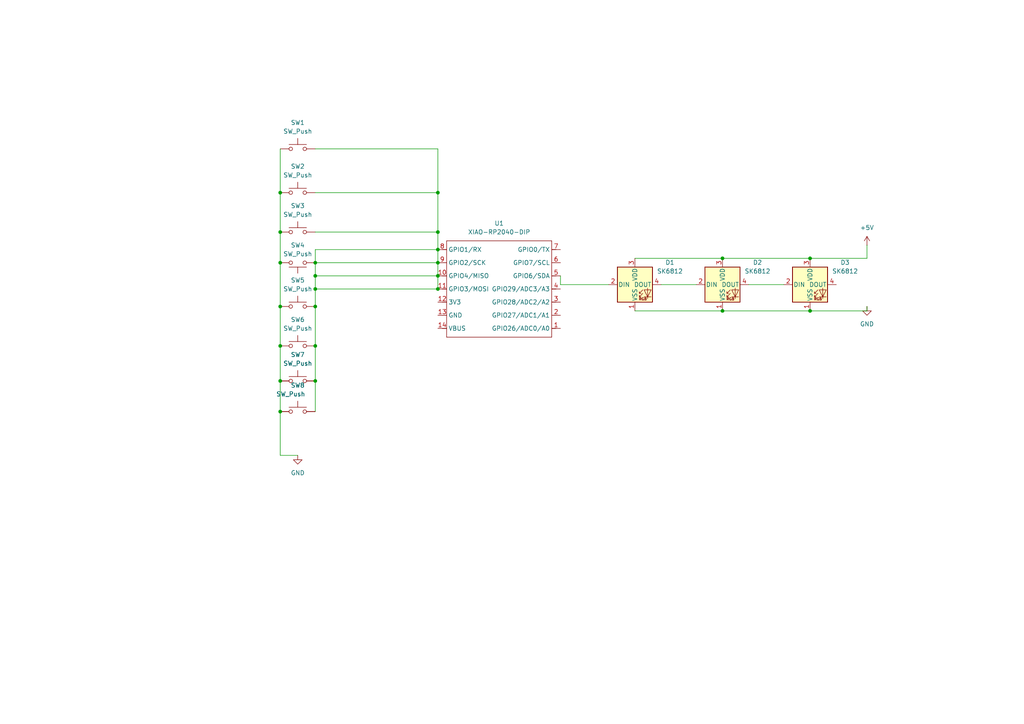
<source format=kicad_sch>
(kicad_sch (version 20250114) (generator "eeschema") (generator_version "9.0")
  (paper "A4")
  (lib_symbols
    (symbol "LED:SK6812" (pin_names (offset 0.254))
      (property "Reference" "D" (at 5.08 5.715 0))
      (property "Value" "SK6812" (at 1.27 -5.715 0))
      (symbol "SK6812_0_0"
        (text "RGB" (at 2.286 -4.191 0) (effects (font (size 0.762 0.762))))
      )
      (symbol "SK6812_0_1"
        (polyline (pts (xy 1.27 -2.54) (xy 1.778 -2.54)))
        (polyline (pts (xy 1.27 -3.556) (xy 1.778 -3.556)))
        (polyline (pts (xy 2.286 -1.524) (xy 1.27 -2.54) (xy 1.27 -2.032)))
        (polyline (pts (xy 2.286 -2.54) (xy 1.27 -3.556) (xy 1.27 -3.048)))
        (polyline (pts (xy 3.683 -1.016) (xy 3.683 -3.556) (xy 3.683 -4.064)))
        (polyline (pts (xy 4.699 -1.524) (xy 2.667 -1.524) (xy 3.683 -3.556) (xy 4.699 -1.524)))
        (polyline (pts (xy 4.699 -3.556) (xy 2.667 -3.556)))
        (rectangle (start 5.08 5.08) (end -5.08 -5.08) (stroke (width 0.254)) (fill (type background)))
      )
      (symbol "SK6812_1_1"
        (pin input line (at -7.62 0 0) (length 2.54) (name "DIN") (number "2"))
        (pin power_in line (at 0 7.62 270) (length 2.54) (name "VDD") (number "3"))
        (pin power_in line (at 0 -7.62 90) (length 2.54) (name "VSS") (number "1"))
        (pin output line (at 7.62 0 180) (length 2.54) (name "DOUT") (number "4"))
      )
    )
    (symbol "OPL Libary:XIAO-RP2040-DIP"
      (property "Reference" "U" (at 0 0 0))
      (property "Value" "XIAO-RP2040-DIP" (at 5.334 -1.778 0))
      (symbol "XIAO-RP2040-DIP_1_0"
        (polyline (pts (xy -1.27 -2.54) (xy 29.21 -2.54)) (stroke (width 0.1524)))
        (polyline (pts (xy -1.27 -5.08) (xy -2.54 -5.08)) (stroke (width 0.1524)))
        (polyline (pts (xy -1.27 -5.08) (xy -1.27 -2.54)) (stroke (width 0.1524)))
        (polyline (pts (xy -1.27 -8.89) (xy -2.54 -8.89)) (stroke (width 0.1524)))
        (polyline (pts (xy -1.27 -8.89) (xy -1.27 -5.08)) (stroke (width 0.1524)))
        (polyline (pts (xy -1.27 -12.7) (xy -2.54 -12.7)) (stroke (width 0.1524)))
        (polyline (pts (xy -1.27 -12.7) (xy -1.27 -8.89)) (stroke (width 0.1524)))
        (polyline (pts (xy -1.27 -16.51) (xy -2.54 -16.51)) (stroke (width 0.1524)))
        (polyline (pts (xy -1.27 -16.51) (xy -1.27 -12.7)) (stroke (width 0.1524)))
        (polyline (pts (xy -1.27 -20.32) (xy -2.54 -20.32)) (stroke (width 0.1524)))
        (polyline (pts (xy -1.27 -24.13) (xy -2.54 -24.13)) (stroke (width 0.1524)))
        (polyline (pts (xy -1.27 -27.94) (xy -2.54 -27.94)) (stroke (width 0.1524)))
        (polyline (pts (xy -1.27 -30.48) (xy -1.27 -16.51)) (stroke (width 0.1524)))
        (polyline (pts (xy 29.21 -2.54) (xy 29.21 -5.08)) (stroke (width 0.1524)))
        (polyline (pts (xy 29.21 -5.08) (xy 29.21 -8.89)) (stroke (width 0.1524)))
        (polyline (pts (xy 29.21 -8.89) (xy 29.21 -12.7)) (stroke (width 0.1524)))
        (polyline (pts (xy 29.21 -12.7) (xy 29.21 -30.48)) (stroke (width 0.1524)))
        (polyline (pts (xy 29.21 -30.48) (xy -1.27 -30.48)) (stroke (width 0.1524)))
        (polyline (pts (xy 30.48 -5.08) (xy 29.21 -5.08)) (stroke (width 0.1524)))
        (polyline (pts (xy 30.48 -8.89) (xy 29.21 -8.89)) (stroke (width 0.1524)))
        (polyline (pts (xy 30.48 -12.7) (xy 29.21 -12.7)) (stroke (width 0.1524)))
        (polyline (pts (xy 30.48 -16.51) (xy 29.21 -16.51)) (stroke (width 0.1524)))
        (polyline (pts (xy 30.48 -20.32) (xy 29.21 -20.32)) (stroke (width 0.1524)))
        (polyline (pts (xy 30.48 -24.13) (xy 29.21 -24.13)) (stroke (width 0.1524)))
        (polyline (pts (xy 30.48 -27.94) (xy 29.21 -27.94)) (stroke (width 0.1524)))
        (pin passive line (at -3.81 -5.08 0) (length 2.54) (name "GPIO26/ADC0/A0") (number "1"))
        (pin passive line (at -3.81 -8.89 0) (length 2.54) (name "GPIO27/ADC1/A1") (number "2"))
        (pin passive line (at -3.81 -12.7 0) (length 2.54) (name "GPIO28/ADC2/A2") (number "3"))
        (pin passive line (at -3.81 -16.51 0) (length 2.54) (name "GPIO29/ADC3/A3") (number "4"))
        (pin passive line (at -3.81 -20.32 0) (length 2.54) (name "GPIO6/SDA") (number "5"))
        (pin passive line (at -3.81 -24.13 0) (length 2.54) (name "GPIO7/SCL") (number "6"))
        (pin passive line (at -3.81 -27.94 0) (length 2.54) (name "GPIO0/TX") (number "7"))
        (pin passive line (at 31.75 -5.08 180) (length 2.54) (name "VBUS") (number "14"))
        (pin passive line (at 31.75 -8.89 180) (length 2.54) (name "GND") (number "13"))
        (pin passive line (at 31.75 -12.7 180) (length 2.54) (name "3V3") (number "12"))
        (pin passive line (at 31.75 -16.51 180) (length 2.54) (name "GPIO3/MOSI") (number "11"))
        (pin passive line (at 31.75 -20.32 180) (length 2.54) (name "GPIO4/MISO") (number "10"))
        (pin passive line (at 31.75 -24.13 180) (length 2.54) (name "GPIO2/SCK") (number "9"))
        (pin passive line (at 31.75 -27.94 180) (length 2.54) (name "GPIO1/RX") (number "8"))
      )
    )
    (symbol "Switch:SW_Push" (pin_numbers (hide yes)) (pin_names (offset 1.016) (hide yes))
      (property "Reference" "SW" (at 1.27 2.54 0))
      (property "Value" "SW_Push" (at 0 -1.524 0))
      (symbol "SW_Push_0_1"
        (circle (center -2.032 0) (radius 0.508))
        (polyline (pts (xy 0 1.27) (xy 0 3.048)))
        (circle (center 2.032 0) (radius 0.508))
        (polyline (pts (xy 2.54 1.27) (xy -2.54 1.27)))
        (pin passive line (at -5.08 0 0) (length 2.54) (name "1") (number "1"))
        (pin passive line (at 5.08 0 180) (length 2.54) (name "2") (number "2"))
      )
    )
    (symbol "power:+5V" (power) (pin_numbers (hide yes)) (pin_names (offset 0) (hide yes))
      (property "Value" "+5V" (at 0 3.556 0))
      (symbol "+5V_0_1"
        (polyline (pts (xy -0.762 1.27) (xy 0 2.54)))
        (polyline (pts (xy 0 2.54) (xy 0.762 1.27)))
        (polyline (pts (xy 0 0) (xy 0 2.54)))
      )
      (symbol "+5V_1_1"
        (pin power_in line (at 0 0 90) (length 0) (name "~") (number "1"))
      )
    )
    (symbol "power:GND" (power) (pin_numbers (hide yes)) (pin_names (offset 0) (hide yes))
      (property "Value" "GND" (at 0 -3.81 0))
      (symbol "GND_0_1"
        (polyline (pts (xy 0 0) (xy 0 -1.27) (xy 1.27 -1.27) (xy 0 -2.54) (xy -1.27 -1.27) (xy 0 -1.27)))
      )
      (symbol "GND_1_1"
        (pin power_in line (at 0 0 270) (length 0) (name "~") (number "1"))
      )
    )
  )
  (junction (at 91.44 110.49))
  (junction (at 127 76.2))
  (junction (at 127 55.88))
  (junction (at 81.28 55.88))
  (junction (at 234.95 90.17))
  (junction (at 81.28 110.49))
  (junction (at 91.44 100.33))
  (junction (at 127 80.01))
  (junction (at 209.55 74.93))
  (junction (at 234.95 74.93))
  (junction (at 127 83.82))
  (junction (at 91.44 80.01))
  (junction (at 91.44 83.82))
  (junction (at 127 72.39))
  (junction (at 81.28 76.2))
  (junction (at 81.28 100.33))
  (junction (at 127 67.31))
  (junction (at 81.28 67.31))
  (junction (at 91.44 76.2))
  (junction (at 91.44 88.9))
  (junction (at 81.28 88.9))
  (junction (at 209.55 90.17))
  (junction (at 81.28 119.38))
  (wire (pts (xy 127 43.18) (xy 127 55.88)))
  (wire (pts (xy 91.44 76.2) (xy 91.44 72.39)))
  (wire (pts (xy 91.44 80.01) (xy 127 80.01)))
  (wire (pts (xy 81.28 100.33) (xy 81.28 110.49)))
  (wire (pts (xy 127 80.01) (xy 127 83.82)))
  (wire (pts (xy 217.17 82.55) (xy 227.33 82.55)))
  (wire (pts (xy 127 72.39) (xy 127 76.2)))
  (wire (pts (xy 191.77 82.55) (xy 201.93 82.55)))
  (wire (pts (xy 91.44 110.49) (xy 91.44 119.38)))
  (wire (pts (xy 91.44 83.82) (xy 91.44 88.9)))
  (wire (pts (xy 127 55.88) (xy 127 67.31)))
  (wire (pts (xy 91.44 100.33) (xy 91.44 88.9)))
  (wire (pts (xy 162.56 82.55) (xy 162.56 80.01)))
  (wire (pts (xy 81.28 55.88) (xy 81.28 67.31)))
  (wire (pts (xy 81.28 132.08) (xy 86.36 132.08)))
  (wire (pts (xy 91.44 67.31) (xy 127 67.31)))
  (wire (pts (xy 81.28 110.49) (xy 81.28 119.38)))
  (wire (pts (xy 91.44 76.2) (xy 91.44 80.01)))
  (wire (pts (xy 176.53 82.55) (xy 162.56 82.55)))
  (wire (pts (xy 127 67.31) (xy 127 72.39)))
  (wire (pts (xy 251.46 74.93) (xy 251.46 71.12)))
  (wire (pts (xy 234.95 74.93) (xy 251.46 74.93)))
  (wire (pts (xy 91.44 83.82) (xy 127 83.82)))
  (wire (pts (xy 91.44 55.88) (xy 127 55.88)))
  (wire (pts (xy 127 76.2) (xy 127 80.01)))
  (wire (pts (xy 91.44 76.2) (xy 127 76.2)))
  (wire (pts (xy 209.55 90.17) (xy 234.95 90.17)))
  (wire (pts (xy 184.15 90.17) (xy 209.55 90.17)))
  (wire (pts (xy 81.28 67.31) (xy 81.28 76.2)))
  (wire (pts (xy 234.95 90.17) (xy 251.46 90.17)))
  (wire (pts (xy 209.55 74.93) (xy 234.95 74.93)))
  (wire (pts (xy 91.44 72.39) (xy 127 72.39)))
  (wire (pts (xy 184.15 74.93) (xy 209.55 74.93)))
  (wire (pts (xy 91.44 100.33) (xy 91.44 110.49)))
  (wire (pts (xy 91.44 43.18) (xy 127 43.18)))
  (wire (pts (xy 81.28 76.2) (xy 81.28 88.9)))
  (wire (pts (xy 81.28 88.9) (xy 81.28 100.33)))
  (wire (pts (xy 81.28 119.38) (xy 81.28 132.08)))
  (wire (pts (xy 81.28 43.18) (xy 81.28 55.88)))
  (wire (pts (xy 91.44 83.82) (xy 91.44 80.01)))
  (wire (pts (xy 251.46 90.17) (xy 251.46 88.9)))
  (symbol (lib_id "LED:SK6812") (at 184.15 82.55 0) (unit 1)
    (property "Reference" "D1" (at 194.31 76.1298 0))
    (property "Value" "SK6812" (at 194.31 78.6698 0))
    (property "Footprint" "LED_SMD:LED_SK6812MINI_PLCC4_3.5x3.5mm_P1.75mm" (effects (hide yes)))
    (property "Datasheet" "https://cdn-shop.adafruit.com/product-files/1138/SK6812+LED+datasheet+.pdf" (effects (hide yes)))
    (property "Description" "RGB LED with integrated controller" (effects (hide yes)))
  )
  (symbol (lib_id "Switch:SW_Push") (at 86.36 100.33 0) (unit 1)
    (property "Reference" "SW6" (at 86.36 92.71 0))
    (property "Value" "SW_Push" (at 86.36 95.25 0))
    (property "Footprint" "Button_Switch_Keyboard:SW_Cherry_MX_1.00u_PCB" (effects (hide yes)))
    (property "Description" "Push button switch, generic, two pins" (effects (hide yes)))
  )
  (symbol (lib_id "Switch:SW_Push") (at 86.36 110.49 0) (unit 1)
    (property "Reference" "SW7" (at 86.36 102.87 0))
    (property "Value" "SW_Push" (at 86.36 105.41 0))
    (property "Footprint" "Button_Switch_Keyboard:SW_Cherry_MX_1.00u_PCB" (effects (hide yes)))
    (property "Description" "Push button switch, generic, two pins" (effects (hide yes)))
  )
  (symbol (lib_id "Switch:SW_Push") (at 86.36 55.88 0) (unit 1)
    (property "Reference" "SW2" (at 86.36 48.26 0))
    (property "Value" "SW_Push" (at 86.36 50.8 0))
    (property "Footprint" "Button_Switch_Keyboard:SW_Cherry_MX_1.00u_PCB" (effects (hide yes)))
    (property "Description" "Push button switch, generic, two pins" (effects (hide yes)))
  )
  (symbol (lib_id "Switch:SW_Push") (at 86.36 67.31 0) (unit 1)
    (property "Reference" "SW3" (at 86.36 59.69 0))
    (property "Value" "SW_Push" (at 86.36 62.23 0))
    (property "Footprint" "Button_Switch_Keyboard:SW_Cherry_MX_1.00u_PCB" (effects (hide yes)))
    (property "Description" "Push button switch, generic, two pins" (effects (hide yes)))
  )
  (symbol (lib_id "LED:SK6812") (at 234.95 82.55 0) (unit 1)
    (property "Reference" "D3" (at 245.11 76.1298 0))
    (property "Value" "SK6812" (at 245.11 78.6698 0))
    (property "Footprint" "LED_SMD:LED_SK6812MINI_PLCC4_3.5x3.5mm_P1.75mm" (effects (hide yes)))
    (property "Datasheet" "https://cdn-shop.adafruit.com/product-files/1138/SK6812+LED+datasheet+.pdf" (effects (hide yes)))
    (property "Description" "RGB LED with integrated controller" (effects (hide yes)))
  )
  (symbol (lib_id "power:GND") (at 251.46 88.9 0) (unit 1)
    (property "Reference" "#PWR02" (effects (hide yes)))
    (property "Value" "GND" (at 251.46 93.98 0))
    (property "Description" "Power symbol creates a global label with name \"GND\" , ground" (effects (hide yes)))
  )
  (symbol (lib_id "LED:SK6812") (at 209.55 82.55 0) (unit 1)
    (property "Reference" "D2" (at 219.71 76.1298 0))
    (property "Value" "SK6812" (at 219.71 78.6698 0))
    (property "Footprint" "LED_SMD:LED_SK6812MINI_PLCC4_3.5x3.5mm_P1.75mm" (effects (hide yes)))
    (property "Datasheet" "https://cdn-shop.adafruit.com/product-files/1138/SK6812+LED+datasheet+.pdf" (effects (hide yes)))
    (property "Description" "RGB LED with integrated controller" (effects (hide yes)))
  )
  (symbol (lib_id "power:GND") (at 86.36 132.08 0) (unit 1)
    (property "Reference" "#PWR01" (effects (hide yes)))
    (property "Value" "GND" (at 86.36 137.16 0))
    (property "Description" "Power symbol creates a global label with name \"GND\" , ground" (effects (hide yes)))
  )
  (symbol (lib_id "Switch:SW_Push") (at 86.36 43.18 0) (unit 1)
    (property "Reference" "SW1" (at 86.36 35.56 0))
    (property "Value" "SW_Push" (at 86.36 38.1 0))
    (property "Footprint" "Button_Switch_Keyboard:SW_Cherry_MX_1.00u_PCB" (effects (hide yes)))
    (property "Description" "Push button switch, generic, two pins" (effects (hide yes)))
  )
  (symbol (lib_id "Switch:SW_Push") (at 86.36 76.2 180) (unit 1)
    (property "Reference" "SW4" (at 86.36 71.12 0))
    (property "Value" "SW_Push" (at 86.36 73.66 0))
    (property "Footprint" "Button_Switch_Keyboard:SW_Cherry_MX_1.00u_PCB" (effects (hide yes)))
    (property "Description" "Push button switch, generic, two pins" (effects (hide yes)))
  )
  (symbol (lib_id "OPL Libary:XIAO-RP2040-DIP") (at 158.75 100.33 180) (unit 1)
    (property "Reference" "U1" (at 144.78 64.77 0))
    (property "Value" "XIAO-RP2040-DIP" (at 144.78 67.31 0))
    (property "Footprint" "OPL Lib:XIAO-RP2040-DIP" (effects (hide yes)))
  )
  (symbol (lib_id "Switch:SW_Push") (at 86.36 88.9 0) (unit 1)
    (property "Reference" "SW5" (at 86.36 81.28 0))
    (property "Value" "SW_Push" (at 86.36 83.82 0))
    (property "Footprint" "Button_Switch_Keyboard:SW_Cherry_MX_1.00u_PCB" (effects (hide yes)))
    (property "Description" "Push button switch, generic, two pins" (effects (hide yes)))
  )
  (symbol (lib_id "Switch:SW_Push") (at 86.36 119.38 0) (unit 1)
    (property "Reference" "SW8" (at 86.36 111.76 0))
    (property "Value" "SW_Push" (at 84.328 114.3 0))
    (property "Footprint" "Button_Switch_Keyboard:SW_Cherry_MX_1.00u_PCB" (effects (hide yes)))
    (property "Description" "Push button switch, generic, two pins" (effects (hide yes)))
  )
  (symbol (lib_id "power:+5V") (at 251.46 71.12 0) (unit 1)
    (property "Reference" "#PWR03" (effects (hide yes)))
    (property "Value" "+5V" (at 251.46 66.04 0))
    (property "Description" "Power symbol creates a global label with name \"+5V\"" (effects (hide yes)))
  )
)
</source>
